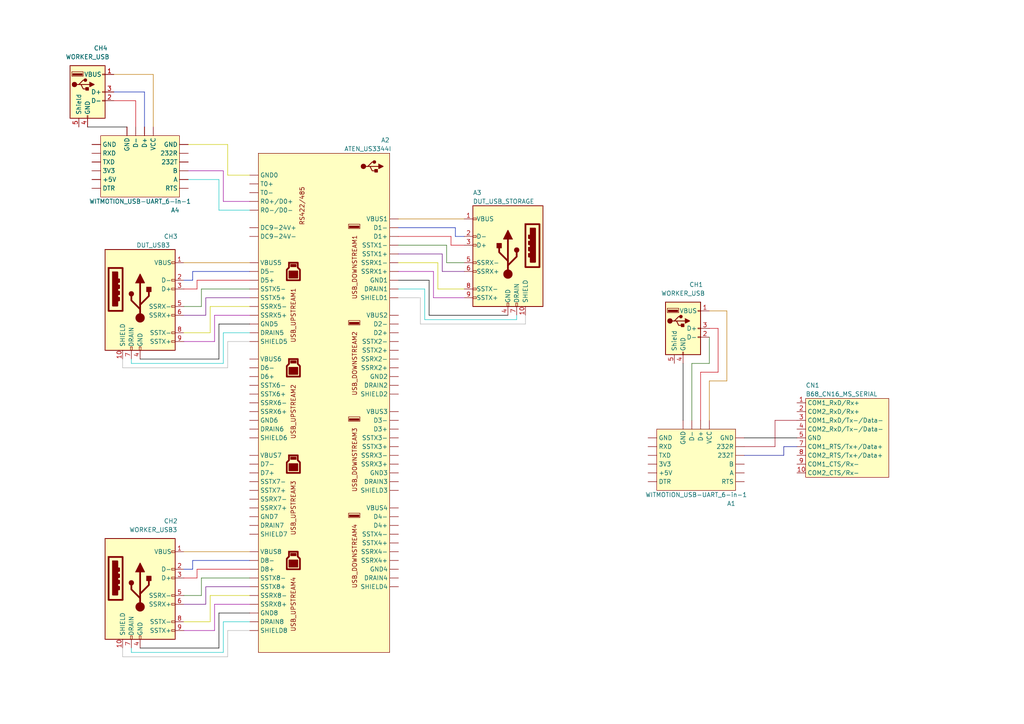
<source format=kicad_sch>
(kicad_sch (version 20211123) (generator eeschema)
  (paper "A4")
  (title_block (title "ALVIN B68 DUT") (date "2022-05-11") (company "Huawei inc.") (comment 1 "SPDX-FileCopyrightText: 2022 Huawei Inc.") (comment 2 "SPDX-License-Identifier: Apache-2.0") (comment 3 "RS485-USB addapter, USB Storage Device") (comment 4 "Devices: SECO ALVIN(B68), Raspberry Pi 4B, ATEN_US3344I, RS232-USB addapter, "))
  (lib_symbols
    (symbol "Connector:USB3_A" (pin_names (offset 1.016))
      (property "Reference" "J" (at -10.16 15.24 0))
      (property "Value" "USB3_A" (at 10.16 15.24 0))
      (symbol "USB3_A_0_0"
        (rectangle (start -9.144 8.636) (end -5.08 -3.81) (stroke (width 0.508)))
        (rectangle (start -7.874 7.366) (end -6.604 -2.286) (stroke (width 0.508)) (fill (type outline)))
        (rectangle (start -6.35 0) (end -6.096 -0.762) (stroke (width 0.508)))
        (rectangle (start -6.35 1.778) (end -6.096 1.016) (stroke (width 0.508)))
        (rectangle (start -6.35 3.556) (end -6.096 2.794) (stroke (width 0.508)))
        (rectangle (start -6.35 5.334) (end -6.096 4.572) (stroke (width 0.508)))
        (rectangle (start -2.794 -15.24) (end -2.286 -14.224))
        (rectangle (start -0.254 -15.24) (end 0.254 -14.224))
        (rectangle (start 10.16 -12.446) (end 9.144 -12.954))
        (rectangle (start 10.16 -9.906) (end 9.144 -10.414))
        (rectangle (start 10.16 -4.826) (end 9.144 -5.334))
        (rectangle (start 10.16 -2.286) (end 9.144 -2.794))
        (rectangle (start 10.16 2.794) (end 9.144 2.286))
        (rectangle (start 10.16 5.334) (end 9.144 4.826))
        (rectangle (start 10.16 10.414) (end 9.144 9.906))
      )
      (symbol "USB3_A_0_1"
        (rectangle (start -10.16 13.97) (end 10.16 -15.24) (stroke (width 0.254)) (fill (type background)))
      )
      (symbol "USB3_A_1_1"
        (circle (center -2.54 1.143) (radius 0.635) (stroke (width 0.254)) (fill (type outline)))
        (circle (center 0 -5.842) (radius 1.27) (fill (type outline)))
        (polyline (pts (xy 0 -5.842) (xy 0 4.318)) (stroke (width 0.508)))
        (polyline (pts (xy 0 -3.302) (xy -2.54 -0.762) (xy -2.54 0.508)) (stroke (width 0.508)))
        (polyline (pts (xy 0 -2.032) (xy 2.54 0.508) (xy 2.54 1.778)) (stroke (width 0.508)))
        (polyline (pts (xy -1.27 4.318) (xy 0 6.858) (xy 1.27 4.318) (xy -1.27 4.318)) (stroke (width 0.254)) (fill (type outline)))
        (rectangle (start 1.905 1.778) (end 3.175 3.048) (stroke (width 0.254)) (fill (type outline)))
        (pin power_in line (at 12.7 10.16 180) (length 2.54) (name "VBUS") (number "1"))
        (pin passive line (at -5.08 -17.78 90) (length 2.54) (name "SHIELD") (number "10"))
        (pin bidirectional line (at 12.7 5.08 180) (length 2.54) (name "D-") (number "2"))
        (pin bidirectional line (at 12.7 2.54 180) (length 2.54) (name "D+") (number "3"))
        (pin power_in line (at 0 -17.78 90) (length 2.54) (name "GND") (number "4"))
        (pin output line (at 12.7 -2.54 180) (length 2.54) (name "SSRX-") (number "5"))
        (pin output line (at 12.7 -5.08 180) (length 2.54) (name "SSRX+") (number "6"))
        (pin passive line (at -2.54 -17.78 90) (length 2.54) (name "DRAIN") (number "7"))
        (pin input line (at 12.7 -10.16 180) (length 2.54) (name "SSTX-") (number "8"))
        (pin input line (at 12.7 -12.7 180) (length 2.54) (name "SSTX+") (number "9"))
      )
    )
    (symbol "Connector:USB_A" (pin_names (offset 1.016))
      (property "Reference" "J" (at -5.08 11.43 0))
      (property "Value" "USB_A" (at -5.08 8.89 0))
      (symbol "USB_A_0_1"
        (rectangle (start -5.08 -7.62) (end 5.08 7.62) (stroke (width 0.254)) (fill (type background)))
        (circle (center -3.81 2.159) (radius 0.635) (stroke (width 0.254)) (fill (type outline)))
        (rectangle (start -1.524 4.826) (end -4.318 5.334) (fill (type outline)))
        (rectangle (start -1.27 4.572) (end -4.572 5.842))
        (circle (center -0.635 3.429) (radius 0.381) (stroke (width 0.254)) (fill (type outline)))
        (rectangle (start -0.127 -7.62) (end 0.127 -6.858))
        (polyline (pts (xy -3.175 2.159) (xy -2.54 2.159) (xy -1.27 3.429) (xy -0.635 3.429)) (stroke (width 0.254)))
        (polyline (pts (xy -2.54 2.159) (xy -1.905 2.159) (xy -1.27 0.889) (xy 0 0.889)) (stroke (width 0.254)))
        (polyline (pts (xy 0.635 2.794) (xy 0.635 1.524) (xy 1.905 2.159) (xy 0.635 2.794)) (stroke (width 0.254)) (fill (type outline)))
        (rectangle (start 0.254 1.27) (end -0.508 0.508) (stroke (width 0.254)) (fill (type outline)))
        (rectangle (start 5.08 -2.667) (end 4.318 -2.413))
        (rectangle (start 5.08 -0.127) (end 4.318 0.127))
        (rectangle (start 5.08 4.953) (end 4.318 5.207))
      )
      (symbol "USB_A_1_1"
        (polyline (pts (xy -1.905 2.159) (xy 0.635 2.159)) (stroke (width 0.254)))
        (pin power_in line (at 7.62 5.08 180) (length 2.54) (name "VBUS") (number "1"))
        (pin bidirectional line (at 7.62 -2.54 180) (length 2.54) (name "D-") (number "2"))
        (pin bidirectional line (at 7.62 0 180) (length 2.54) (name "D+") (number "3"))
        (pin power_in line (at 0 -10.16 90) (length 2.54) (name "GND") (number "4"))
        (pin passive line (at -2.54 -10.16 90) (length 2.54) (name "Shield") (number "5"))
      )
    )
    (symbol "OSTC:ATEN_US3344I"
      (property "Reference" "CN" (at 16.51 76.2 0))
      (property "Value" "ATEN_US3344I" (at 11.43 73.66 0))
      (symbol "ATEN_US3344I_0_0"
        (text "RS422/485" (at -6.35 57.15 900) (effects (font (size 1.27 1.27))))
        (text "USB_DOWNSTREAM1" (at 8.89 39.37 900) (effects (font (size 1.27 1.27))))
        (text "USB_DOWNSTREAM2" (at 8.89 11.43 900) (effects (font (size 1.27 1.27))))
        (text "USB_DOWNSTREAM3" (at 8.89 -16.51 900) (effects (font (size 1.27 1.27))))
        (text "USB_DOWNSTREAM4" (at 8.89 -44.45 900) (effects (font (size 1.27 1.27))))
        (text "USB_UPSTREAM1" (at -8.89 25.4 900) (effects (font (size 1.27 1.27))))
        (text "USB_UPSTREAM2" (at -8.89 -2.54 900) (effects (font (size 1.27 1.27))))
        (text "USB_UPSTREAM3" (at -8.89 -30.48 900) (effects (font (size 1.27 1.27))))
        (text "USB_UPSTREAM4" (at -8.89 -58.42 900) (effects (font (size 1.27 1.27))))
      )
      (symbol "ATEN_US3344I_0_1"
        (rectangle (start -19.05 72.39) (end 19.05 -72.39) (fill (type background)))
        (rectangle (start -9.652 -43.688) (end -8.128 -44.323) (stroke (width 0.254)) (fill (type outline)))
        (rectangle (start -9.652 -15.748) (end -8.128 -16.383) (stroke (width 0.254)) (fill (type outline)))
        (rectangle (start -9.652 12.192) (end -8.128 11.557) (stroke (width 0.254)) (fill (type outline)))
        (rectangle (start -9.652 40.132) (end -8.128 39.497) (stroke (width 0.254)) (fill (type outline)))
        (rectangle (start -7.62 -47.625) (end -10.16 -45.593) (stroke (width 0.254)) (fill (type outline)))
        (rectangle (start -7.62 -19.685) (end -10.16 -17.653) (stroke (width 0.254)) (fill (type outline)))
        (rectangle (start -7.62 8.255) (end -10.16 10.287) (stroke (width 0.254)) (fill (type outline)))
        (rectangle (start -7.62 36.195) (end -10.16 38.227) (stroke (width 0.254)) (fill (type outline)))
        (polyline (pts (xy 12.065 68.58) (xy 12.7 68.58) (xy 13.97 69.85) (xy 14.605 69.85)) (stroke (width 0.254)))
        (polyline (pts (xy 12.7 68.58) (xy 13.335 68.58) (xy 13.97 67.31) (xy 15.24 67.31)) (stroke (width 0.254)))
        (polyline (pts (xy 15.875 69.215) (xy 15.875 67.945) (xy 17.145 68.58) (xy 15.875 69.215)) (stroke (width 0.254)) (fill (type outline)))
        (polyline (pts (xy -10.16 -43.18) (xy -10.16 -44.577) (xy -10.795 -45.212) (xy -10.795 -48.26) (xy -6.985 -48.26) (xy -6.985 -45.212) (xy -7.62 -44.577) (xy -7.62 -43.18) (xy -10.033 -43.18) (xy -10.16 -43.18)) (stroke (width 0.508)))
        (polyline (pts (xy -10.16 -15.24) (xy -10.16 -16.637) (xy -10.795 -17.272) (xy -10.795 -20.32) (xy -6.985 -20.32) (xy -6.985 -17.272) (xy -7.62 -16.637) (xy -7.62 -15.24) (xy -10.033 -15.24) (xy -10.16 -15.24)) (stroke (width 0.508)))
        (polyline (pts (xy -10.16 12.7) (xy -10.16 11.303) (xy -10.795 10.668) (xy -10.795 7.62) (xy -6.985 7.62) (xy -6.985 10.668) (xy -7.62 11.303) (xy -7.62 12.7) (xy -10.033 12.7) (xy -10.16 12.7)) (stroke (width 0.508)))
        (polyline (pts (xy -10.16 40.64) (xy -10.16 39.243) (xy -10.795 38.608) (xy -10.795 35.56) (xy -6.985 35.56) (xy -6.985 38.608) (xy -7.62 39.243) (xy -7.62 40.64) (xy -10.033 40.64) (xy -10.16 40.64)) (stroke (width 0.508)))
        (rectangle (start 10.16 -33.02) (end 7.366 -32.512) (fill (type outline)))
        (rectangle (start 10.16 -5.08) (end 7.366 -4.572) (fill (type outline)))
        (rectangle (start 10.16 22.86) (end 7.366 23.368) (fill (type outline)))
        (rectangle (start 10.16 50.8) (end 7.366 51.308) (fill (type outline)))
        (rectangle (start 10.414 -33.274) (end 7.112 -32.004))
        (rectangle (start 10.414 -5.334) (end 7.112 -4.064))
        (rectangle (start 10.414 22.606) (end 7.112 23.876))
        (rectangle (start 10.414 50.546) (end 7.112 51.816))
        (circle (center 11.43 68.58) (radius 0.635) (stroke (width 0.254)) (fill (type outline)))
        (circle (center 14.605 69.85) (radius 0.381) (stroke (width 0.254)) (fill (type outline)))
        (rectangle (start 15.494 67.691) (end 14.732 66.929) (stroke (width 0.254)) (fill (type outline)))
      )
      (symbol "ATEN_US3344I_1_1"
        (polyline (pts (xy 13.335 68.58) (xy 15.875 68.58)) (stroke (width 0.254)))
        (pin bidirectional line (at 21.59 48.26 180) (length 2.54) (name "D1+") (number ""))
        (pin bidirectional line (at 21.59 50.8 180) (length 2.54) (name "D1-") (number ""))
        (pin bidirectional line (at 21.59 20.32 180) (length 2.54) (name "D2+") (number ""))
        (pin bidirectional line (at 21.59 22.86 180) (length 2.54) (name "D2-") (number ""))
        (pin bidirectional line (at 21.59 -7.62 180) (length 2.54) (name "D3+") (number ""))
        (pin bidirectional line (at 21.59 -5.08 180) (length 2.54) (name "D3-") (number ""))
        (pin bidirectional line (at 21.59 -35.56 180) (length 2.54) (name "D4+") (number ""))
        (pin bidirectional line (at 21.59 -33.02 180) (length 2.54) (name "D4-") (number ""))
        (pin bidirectional line (at -21.59 35.56 0) (length 2.54) (name "D5+") (number ""))
        (pin bidirectional line (at -21.59 38.1 0) (length 2.54) (name "D5-") (number ""))
        (pin bidirectional line (at -21.59 7.62 0) (length 2.54) (name "D6+") (number ""))
        (pin bidirectional line (at -21.59 10.16 0) (length 2.54) (name "D6-") (number ""))
        (pin bidirectional line (at -21.59 -20.32 0) (length 2.54) (name "D7+") (number ""))
        (pin bidirectional line (at -21.59 -17.78 0) (length 2.54) (name "D7-") (number ""))
        (pin bidirectional line (at -21.59 -48.26 0) (length 2.54) (name "D8+") (number ""))
        (pin bidirectional line (at -21.59 -45.72 0) (length 2.54) (name "D8-") (number ""))
        (pin bidirectional line (at -21.59 50.8 0) (length 2.54) (name "DC9-24V+") (number ""))
        (pin bidirectional line (at -21.59 48.26 0) (length 2.54) (name "DC9-24V-") (number ""))
        (pin passive line (at 21.59 33.02 180) (length 2.54) (name "DRAIN1") (number ""))
        (pin passive line (at 21.59 5.08 180) (length 2.54) (name "DRAIN2") (number ""))
        (pin passive line (at 21.59 -22.86 180) (length 2.54) (name "DRAIN3") (number ""))
        (pin passive line (at 21.59 -50.8 180) (length 2.54) (name "DRAIN4") (number ""))
        (pin passive line (at -21.59 20.32 0) (length 2.54) (name "DRAIN5") (number ""))
        (pin passive line (at -21.59 -7.62 0) (length 2.54) (name "DRAIN6") (number ""))
        (pin passive line (at -21.59 -35.56 0) (length 2.54) (name "DRAIN7") (number ""))
        (pin passive line (at -21.59 -63.5 0) (length 2.54) (name "DRAIN8") (number ""))
        (pin bidirectional line (at -21.59 66.04 0) (length 2.54) (name "GND0") (number ""))
        (pin power_out line (at 21.59 35.56 180) (length 2.54) (name "GND1") (number ""))
        (pin power_out line (at 21.59 7.62 180) (length 2.54) (name "GND2") (number ""))
        (pin power_out line (at 21.59 -20.32 180) (length 2.54) (name "GND3") (number ""))
        (pin power_out line (at 21.59 -48.26 180) (length 2.54) (name "GND4") (number ""))
        (pin power_in line (at -21.59 22.86 0) (length 2.54) (name "GND5") (number ""))
        (pin power_in line (at -21.59 -5.08 0) (length 2.54) (name "GND6") (number ""))
        (pin power_in line (at -21.59 -33.02 0) (length 2.54) (name "GND7") (number ""))
        (pin power_in line (at -21.59 -60.96 0) (length 2.54) (name "GND8") (number ""))
        (pin bidirectional line (at -21.59 58.42 0) (length 2.54) (name "R0+/D0+") (number ""))
        (pin bidirectional line (at -21.59 55.88 0) (length 2.54) (name "R0-/D0-") (number ""))
        (pin passive line (at 21.59 30.48 180) (length 2.54) (name "SHIELD1") (number ""))
        (pin passive line (at 21.59 2.54 180) (length 2.54) (name "SHIELD2") (number ""))
        (pin passive line (at 21.59 -25.4 180) (length 2.54) (name "SHIELD3") (number ""))
        (pin passive line (at 21.59 -53.34 180) (length 2.54) (name "SHIELD4") (number ""))
        (pin passive line (at -21.59 17.78 0) (length 2.54) (name "SHIELD5") (number ""))
        (pin passive line (at -21.59 -10.16 0) (length 2.54) (name "SHIELD6") (number ""))
        (pin passive line (at -21.59 -38.1 0) (length 2.54) (name "SHIELD7") (number ""))
        (pin passive line (at -21.59 -66.04 0) (length 2.54) (name "SHIELD8") (number ""))
        (pin input line (at 21.59 38.1 180) (length 2.54) (name "SSRX1+") (number ""))
        (pin input line (at 21.59 40.64 180) (length 2.54) (name "SSRX1-") (number ""))
        (pin input line (at 21.59 10.16 180) (length 2.54) (name "SSRX2+") (number ""))
        (pin input line (at 21.59 12.7 180) (length 2.54) (name "SSRX2-") (number ""))
        (pin input line (at 21.59 -17.78 180) (length 2.54) (name "SSRX3+") (number ""))
        (pin input line (at 21.59 -15.24 180) (length 2.54) (name "SSRX3-") (number ""))
        (pin input line (at 21.59 -45.72 180) (length 2.54) (name "SSRX4+") (number ""))
        (pin input line (at 21.59 -43.18 180) (length 2.54) (name "SSRX4-") (number ""))
        (pin input line (at -21.59 25.4 0) (length 2.54) (name "SSRX5+") (number ""))
        (pin input line (at -21.59 27.94 0) (length 2.54) (name "SSRX5-") (number ""))
        (pin input line (at -21.59 -2.54 0) (length 2.54) (name "SSRX6+") (number ""))
        (pin input line (at -21.59 0 0) (length 2.54) (name "SSRX6-") (number ""))
        (pin input line (at -21.59 -30.48 0) (length 2.54) (name "SSRX7+") (number ""))
        (pin input line (at -21.59 -27.94 0) (length 2.54) (name "SSRX7-") (number ""))
        (pin input line (at -21.59 -58.42 0) (length 2.54) (name "SSRX8+") (number ""))
        (pin input line (at -21.59 -55.88 0) (length 2.54) (name "SSRX8-") (number ""))
        (pin output line (at 21.59 43.18 180) (length 2.54) (name "SSTX1+") (number ""))
        (pin output line (at 21.59 45.72 180) (length 2.54) (name "SSTX1-") (number ""))
        (pin output line (at 21.59 15.24 180) (length 2.54) (name "SSTX2+") (number ""))
        (pin output line (at 21.59 17.78 180) (length 2.54) (name "SSTX2-") (number ""))
        (pin output line (at 21.59 -12.7 180) (length 2.54) (name "SSTX3+") (number ""))
        (pin output line (at 21.59 -10.16 180) (length 2.54) (name "SSTX3-") (number ""))
        (pin output line (at 21.59 -40.64 180) (length 2.54) (name "SSTX4+") (number ""))
        (pin output line (at 21.59 -38.1 180) (length 2.54) (name "SSTX4-") (number ""))
        (pin output line (at -21.59 30.48 0) (length 2.54) (name "SSTX5+") (number ""))
        (pin output line (at -21.59 33.02 0) (length 2.54) (name "SSTX5-") (number ""))
        (pin output line (at -21.59 2.54 0) (length 2.54) (name "SSTX6+") (number ""))
        (pin output line (at -21.59 5.08 0) (length 2.54) (name "SSTX6-") (number ""))
        (pin output line (at -21.59 -25.4 0) (length 2.54) (name "SSTX7+") (number ""))
        (pin output line (at -21.59 -22.86 0) (length 2.54) (name "SSTX7-") (number ""))
        (pin output line (at -21.59 -53.34 0) (length 2.54) (name "SSTX8+") (number ""))
        (pin output line (at -21.59 -50.8 0) (length 2.54) (name "SSTX8-") (number ""))
        (pin bidirectional line (at -21.59 63.5 0) (length 2.54) (name "T0+") (number ""))
        (pin bidirectional line (at -21.59 60.96 0) (length 2.54) (name "T0-") (number ""))
        (pin power_out line (at 21.59 53.34 180) (length 2.54) (name "VBUS1") (number ""))
        (pin power_out line (at 21.59 25.4 180) (length 2.54) (name "VBUS2") (number ""))
        (pin power_out line (at 21.59 -2.54 180) (length 2.54) (name "VBUS3") (number ""))
        (pin power_out line (at 21.59 -30.48 180) (length 2.54) (name "VBUS4") (number ""))
        (pin power_in line (at -21.59 40.64 0) (length 2.54) (name "VBUS5") (number ""))
        (pin power_in line (at -21.59 12.7 0) (length 2.54) (name "VBUS6") (number ""))
        (pin power_in line (at -21.59 -15.24 0) (length 2.54) (name "VBUS7") (number ""))
        (pin power_in line (at -21.59 -43.18 0) (length 2.54) (name "VBUS8") (number ""))
      )
    )
    (symbol "OSTC:B68_CN16_ms_serial"
      (property "Reference" "CN" (at 11.43 15.24 0))
      (property "Value" "B68_CN16_ms_serial" (at 2.54 12.7 0))
      (symbol "B68_CN16_ms_serial_0_1"
        (rectangle (start -11.43 11.43) (end 12.7 -11.43) (fill (type background)))
      )
      (symbol "B68_CN16_ms_serial_1_1"
        (pin bidirectional line (at -13.97 10.16 0) (length 2.54) (name "COM1_RxD/Rx+") (number "1"))
        (pin bidirectional line (at -13.97 -10.16 0) (length 2.54) (name "COM2_CTS/Rx-") (number "10"))
        (pin bidirectional line (at -13.97 7.62 0) (length 2.54) (name "COM2_RxD/Rx+") (number "2"))
        (pin bidirectional line (at -13.97 5.08 0) (length 2.54) (name "COM1_RxD/Tx-/Data-") (number "3"))
        (pin bidirectional line (at -13.97 2.54 0) (length 2.54) (name "COM2_RxD/Tx-/Data-") (number "4"))
        (pin bidirectional line (at -13.97 0 0) (length 2.54) (name "GND") (number "5"))
        (pin bidirectional line (at -13.97 -2.54 0) (length 2.54) (name "COM1_RTS/Tx+/Data+") (number "7"))
        (pin bidirectional line (at -13.97 -5.08 0) (length 2.54) (name "COM2_RTS/Tx+/Data+") (number "8"))
        (pin bidirectional line (at -13.97 -7.62 0) (length 2.54) (name "COM1_CTS/Rx-") (number "9"))
      )
    )
    (symbol "OSTC:WITMOTION_USB-UART_6-in-1"
      (property "Reference" "A" (at 0 13.97 0))
      (property "Value" "WITMOTION_USB-UART_6-in-1" (at 0 11.43 0))
      (symbol "WITMOTION_USB-UART_6-in-1_0_1"
        (rectangle (start -11.43 6.35) (end 11.43 -11.43) (fill (type background)))
      )
      (symbol "WITMOTION_USB-UART_6-in-1_1_1"
        (pin bidirectional line (at 13.97 1.27 180) (length 2.54) (name "+5V") (number ""))
        (pin bidirectional line (at -13.97 -6.35 0) (length 2.54) (name "232R") (number ""))
        (pin bidirectional line (at -13.97 -3.81 0) (length 2.54) (name "232T") (number ""))
        (pin bidirectional line (at 13.97 -1.27 180) (length 2.54) (name "3V3") (number ""))
        (pin bidirectional line (at -13.97 1.27 0) (length 2.54) (name "A") (number ""))
        (pin bidirectional line (at -13.97 -1.27 0) (length 2.54) (name "B") (number ""))
        (pin bidirectional line (at -1.27 -13.97 90) (length 2.54) (name "D+") (number ""))
        (pin bidirectional line (at 1.27 -13.97 90) (length 2.54) (name "D-") (number ""))
        (pin bidirectional line (at 13.97 3.81 180) (length 2.54) (name "DTR") (number ""))
        (pin bidirectional line (at -13.97 -8.89 0) (length 2.54) (name "GND") (number ""))
        (pin bidirectional line (at 3.81 -13.97 90) (length 2.54) (name "GND") (number ""))
        (pin bidirectional line (at 13.97 -8.89 180) (length 2.54) (name "GND") (number ""))
        (pin bidirectional line (at -13.97 3.81 0) (length 2.54) (name "RTS") (number ""))
        (pin bidirectional line (at 13.97 -6.35 180) (length 2.54) (name "RXD") (number ""))
        (pin bidirectional line (at 13.97 -3.81 180) (length 2.54) (name "TXD") (number ""))
        (pin bidirectional line (at -3.81 -13.97 90) (length 2.54) (name "VCC") (number ""))
      )
    )
  )
  (wire (pts (xy 25.4 36.83) (xy 36.83 36.83)) (stroke (width 0) (color 0 0 0 1)))
  (wire (pts (xy 130.81 68.58) (xy 130.81 71.12)) (stroke (width 0) (color 200 0 13 1)))
  (wire (pts (xy 72.39 177.8) (xy 63.5 177.8)) (stroke (width 0) (color 0 0 0 1)))
  (wire (pts (xy 39.37 29.21) (xy 39.37 36.83)) (stroke (width 0) (color 200 0 13 1)))
  (wire (pts (xy 115.57 71.12) (xy 129.54 71.12)) (stroke (width 0) (color 44 109 23 1)))
  (wire (pts (xy 72.39 162.56) (xy 55.88 162.56)) (stroke (width 0) (color 0 26 175 1)))
  (wire (pts (xy 125.73 78.74) (xy 115.57 78.74)) (stroke (width 0) (color 156 7 155 1)))
  (wire (pts (xy 59.69 91.44) (xy 53.34 91.44)) (stroke (width 0) (color 104 10 128 1)))
  (wire (pts (xy 210.82 110.49) (xy 205.74 110.49)) (stroke (width 0) (color 189 118 4 1)))
  (wire (pts (xy 60.96 180.34) (xy 53.34 180.34)) (stroke (width 0) (color 203 203 3 1)))
  (wire (pts (xy 115.57 83.82) (xy 123.19 83.82)) (stroke (width 0) (color 23 200 197 1)))
  (wire (pts (xy 215.9 127) (xy 231.14 127)) (stroke (width 0) (color 0 0 0 1)))
  (wire (pts (xy 63.5 60.96) (xy 72.39 60.96)) (stroke (width 0) (color 23 200 197 1)))
  (wire (pts (xy 227.33 132.08) (xy 227.33 129.54)) (stroke (width 0) (color 9 16 152 1)))
  (wire (pts (xy 63.5 177.8) (xy 63.5 187.96)) (stroke (width 0) (color 0 0 0 1)))
  (wire (pts (xy 59.69 86.36) (xy 59.69 91.44)) (stroke (width 0) (color 104 10 128 1)))
  (wire (pts (xy 203.2 107.95) (xy 203.2 121.92)) (stroke (width 0) (color 200 0 13 1)))
  (wire (pts (xy 55.88 165.1) (xy 53.34 165.1)) (stroke (width 0) (color 0 26 175 1)))
  (wire (pts (xy 57.15 167.64) (xy 53.34 167.64)) (stroke (width 0) (color 200 0 13 1)))
  (wire (pts (xy 33.02 21.59) (xy 44.45 21.59)) (stroke (width 0) (color 189 118 4 1)))
  (wire (pts (xy 54.61 41.91) (xy 66.04 41.91)) (stroke (width 0) (color 203 203 3 1)))
  (wire (pts (xy 60.96 96.52) (xy 53.34 96.52)) (stroke (width 0) (color 203 203 3 1)))
  (wire (pts (xy 63.5 52.07) (xy 63.5 60.96)) (stroke (width 0) (color 23 200 197 1)))
  (wire (pts (xy 127 76.2) (xy 127 83.82)) (stroke (width 0) (color 203 203 3 1)))
  (wire (pts (xy 72.39 93.98) (xy 63.5 93.98)) (stroke (width 0) (color 0 0 0 1)))
  (wire (pts (xy 132.08 68.58) (xy 134.62 68.58)) (stroke (width 0) (color 0 26 175 1)))
  (wire (pts (xy 224.79 121.92) (xy 231.14 121.92)) (stroke (width 0) (color 159 11 28 1)))
  (wire (pts (xy 38.1 105.41) (xy 38.1 104.14)) (stroke (width 0) (color 23 200 197 1)))
  (wire (pts (xy 121.92 86.36) (xy 121.92 93.98)) (stroke (width 0) (color 180 180 180 1)))
  (wire (pts (xy 38.1 189.23) (xy 38.1 187.96)) (stroke (width 0) (color 23 200 197 1)))
  (wire (pts (xy 64.77 180.34) (xy 64.77 189.23)) (stroke (width 0) (color 23 200 197 1)))
  (wire (pts (xy 130.81 71.12) (xy 134.62 71.12)) (stroke (width 0) (color 200 0 13 1)))
  (wire (pts (xy 60.96 88.9) (xy 60.96 96.52)) (stroke (width 0) (color 203 203 3 1)))
  (wire (pts (xy 41.91 26.67) (xy 41.91 36.83)) (stroke (width 0) (color 0 26 175 1)))
  (wire (pts (xy 66.04 182.88) (xy 66.04 190.5)) (stroke (width 0) (color 180 180 180 1)))
  (wire (pts (xy 58.42 167.64) (xy 58.42 172.72)) (stroke (width 0) (color 44 109 23 1)))
  (wire (pts (xy 134.62 86.36) (xy 125.73 86.36)) (stroke (width 0) (color 156 7 155 1)))
  (wire (pts (xy 59.69 170.18) (xy 59.69 175.26)) (stroke (width 0) (color 104 10 128 1)))
  (wire (pts (xy 121.92 93.98) (xy 152.4 93.98)) (stroke (width 0) (color 180 180 180 1)))
  (wire (pts (xy 62.23 182.88) (xy 62.23 175.26)) (stroke (width 0) (color 156 7 155 1)))
  (wire (pts (xy 57.15 83.82) (xy 53.34 83.82)) (stroke (width 0) (color 200 0 13 1)))
  (wire (pts (xy 198.12 105.41) (xy 198.12 121.92)) (stroke (width 0) (color 0 0 0 1)))
  (wire (pts (xy 129.54 71.12) (xy 129.54 76.2)) (stroke (width 0) (color 44 109 23 1)))
  (wire (pts (xy 72.39 182.88) (xy 66.04 182.88)) (stroke (width 0) (color 180 180 180 1)))
  (wire (pts (xy 72.39 99.06) (xy 66.04 99.06)) (stroke (width 0) (color 180 180 180 1)))
  (wire (pts (xy 149.86 92.71) (xy 149.86 91.44)) (stroke (width 0) (color 23 200 197 1)))
  (wire (pts (xy 208.28 107.95) (xy 203.2 107.95)) (stroke (width 0) (color 200 0 13 1)))
  (wire (pts (xy 128.27 73.66) (xy 128.27 78.74)) (stroke (width 0) (color 104 10 128 1)))
  (wire (pts (xy 55.88 81.28) (xy 53.34 81.28)) (stroke (width 0) (color 0 26 175 1)))
  (wire (pts (xy 58.42 172.72) (xy 53.34 172.72)) (stroke (width 0) (color 44 109 23 1)))
  (wire (pts (xy 72.39 88.9) (xy 60.96 88.9)) (stroke (width 0) (color 203 203 3 1)))
  (wire (pts (xy 72.39 172.72) (xy 60.96 172.72)) (stroke (width 0) (color 203 203 3 1)))
  (wire (pts (xy 115.57 63.5) (xy 134.62 63.5)) (stroke (width 0) (color 189 118 4 1)))
  (wire (pts (xy 35.56 106.68) (xy 35.56 104.14)) (stroke (width 0) (color 180 180 180 1)))
  (wire (pts (xy 72.39 165.1) (xy 57.15 165.1)) (stroke (width 0) (color 200 0 13 1)))
  (wire (pts (xy 44.45 21.59) (xy 44.45 36.83)) (stroke (width 0) (color 189 118 4 1)))
  (wire (pts (xy 72.39 86.36) (xy 59.69 86.36)) (stroke (width 0) (color 104 10 128 1)))
  (wire (pts (xy 72.39 96.52) (xy 64.77 96.52)) (stroke (width 0) (color 23 200 197 1)))
  (wire (pts (xy 127 83.82) (xy 134.62 83.82)) (stroke (width 0) (color 203 203 3 1)))
  (wire (pts (xy 72.39 180.34) (xy 64.77 180.34)) (stroke (width 0) (color 23 200 197 1)))
  (wire (pts (xy 64.77 189.23) (xy 38.1 189.23)) (stroke (width 0) (color 23 200 197 1)))
  (wire (pts (xy 33.02 29.21) (xy 39.37 29.21)) (stroke (width 0) (color 200 0 13 1)))
  (wire (pts (xy 215.9 129.54) (xy 224.79 129.54)) (stroke (width 0) (color 159 11 28 1)))
  (wire (pts (xy 115.57 86.36) (xy 121.92 86.36)) (stroke (width 0) (color 180 180 180 1)))
  (wire (pts (xy 53.34 99.06) (xy 62.23 99.06)) (stroke (width 0) (color 156 7 155 1)))
  (wire (pts (xy 205.74 105.41) (xy 205.74 97.79)) (stroke (width 0) (color 44 109 23 1)))
  (wire (pts (xy 72.39 170.18) (xy 59.69 170.18)) (stroke (width 0) (color 104 10 128 1)))
  (wire (pts (xy 63.5 93.98) (xy 63.5 104.14)) (stroke (width 0) (color 0 0 0 1)))
  (wire (pts (xy 64.77 49.53) (xy 64.77 58.42)) (stroke (width 0) (color 156 7 155 1)))
  (wire (pts (xy 210.82 90.17) (xy 210.82 110.49)) (stroke (width 0) (color 189 118 4 1)))
  (wire (pts (xy 72.39 167.64) (xy 58.42 167.64)) (stroke (width 0) (color 44 109 23 1)))
  (wire (pts (xy 115.57 66.04) (xy 132.08 66.04)) (stroke (width 0) (color 0 26 175 1)))
  (wire (pts (xy 72.39 160.02) (xy 53.34 160.02)) (stroke (width 0) (color 189 118 4 1)))
  (wire (pts (xy 115.57 81.28) (xy 124.46 81.28)) (stroke (width 0) (color 0 0 0 1)))
  (wire (pts (xy 62.23 91.44) (xy 72.39 91.44)) (stroke (width 0) (color 156 7 155 1)))
  (wire (pts (xy 125.73 86.36) (xy 125.73 78.74)) (stroke (width 0) (color 156 7 155 1)))
  (wire (pts (xy 57.15 165.1) (xy 57.15 167.64)) (stroke (width 0) (color 200 0 13 1)))
  (wire (pts (xy 62.23 99.06) (xy 62.23 91.44)) (stroke (width 0) (color 156 7 155 1)))
  (wire (pts (xy 205.74 110.49) (xy 205.74 121.92)) (stroke (width 0) (color 189 118 4 1)))
  (wire (pts (xy 129.54 76.2) (xy 134.62 76.2)) (stroke (width 0) (color 44 109 23 1)))
  (wire (pts (xy 62.23 175.26) (xy 72.39 175.26)) (stroke (width 0) (color 156 7 155 1)))
  (wire (pts (xy 205.74 90.17) (xy 210.82 90.17)) (stroke (width 0) (color 189 118 4 1)))
  (wire (pts (xy 55.88 78.74) (xy 55.88 81.28)) (stroke (width 0) (color 0 26 175 1)))
  (wire (pts (xy 227.33 129.54) (xy 231.14 129.54)) (stroke (width 0) (color 9 16 152 1)))
  (wire (pts (xy 224.79 129.54) (xy 224.79 121.92)) (stroke (width 0) (color 159 11 28 1)))
  (wire (pts (xy 64.77 96.52) (xy 64.77 105.41)) (stroke (width 0) (color 23 200 197 1)))
  (wire (pts (xy 132.08 66.04) (xy 132.08 68.58)) (stroke (width 0) (color 0 26 175 1)))
  (wire (pts (xy 57.15 81.28) (xy 57.15 83.82)) (stroke (width 0) (color 200 0 13 1)))
  (wire (pts (xy 33.02 26.67) (xy 41.91 26.67)) (stroke (width 0) (color 0 26 175 1)))
  (wire (pts (xy 58.42 83.82) (xy 58.42 88.9)) (stroke (width 0) (color 44 109 23 1)))
  (wire (pts (xy 63.5 187.96) (xy 40.64 187.96)) (stroke (width 0) (color 0 0 0 1)))
  (wire (pts (xy 115.57 68.58) (xy 130.81 68.58)) (stroke (width 0) (color 200 0 13 1)))
  (wire (pts (xy 64.77 58.42) (xy 72.39 58.42)) (stroke (width 0) (color 156 7 155 1)))
  (wire (pts (xy 123.19 92.71) (xy 149.86 92.71)) (stroke (width 0) (color 23 200 197 1)))
  (wire (pts (xy 152.4 93.98) (xy 152.4 91.44)) (stroke (width 0) (color 180 180 180 1)))
  (wire (pts (xy 124.46 91.44) (xy 147.32 91.44)) (stroke (width 0) (color 0 0 0 1)))
  (wire (pts (xy 54.61 49.53) (xy 64.77 49.53)) (stroke (width 0) (color 156 7 155 1)))
  (wire (pts (xy 53.34 182.88) (xy 62.23 182.88)) (stroke (width 0) (color 156 7 155 1)))
  (wire (pts (xy 66.04 41.91) (xy 66.04 50.8)) (stroke (width 0) (color 203 203 3 1)))
  (wire (pts (xy 200.66 121.92) (xy 200.66 105.41)) (stroke (width 0) (color 44 109 23 1)))
  (wire (pts (xy 115.57 76.2) (xy 127 76.2)) (stroke (width 0) (color 203 203 3 1)))
  (wire (pts (xy 205.74 95.25) (xy 208.28 95.25)) (stroke (width 0) (color 200 0 13 1)))
  (wire (pts (xy 60.96 172.72) (xy 60.96 180.34)) (stroke (width 0) (color 203 203 3 1)))
  (wire (pts (xy 215.9 132.08) (xy 227.33 132.08)) (stroke (width 0) (color 9 16 152 1)))
  (wire (pts (xy 66.04 190.5) (xy 35.56 190.5)) (stroke (width 0) (color 180 180 180 1)))
  (wire (pts (xy 55.88 162.56) (xy 55.88 165.1)) (stroke (width 0) (color 0 26 175 1)))
  (wire (pts (xy 128.27 78.74) (xy 134.62 78.74)) (stroke (width 0) (color 104 10 128 1)))
  (wire (pts (xy 72.39 81.28) (xy 57.15 81.28)) (stroke (width 0) (color 200 0 13 1)))
  (wire (pts (xy 200.66 105.41) (xy 205.74 105.41)) (stroke (width 0) (color 44 109 23 1)))
  (wire (pts (xy 208.28 95.25) (xy 208.28 107.95)) (stroke (width 0) (color 200 0 13 1)))
  (wire (pts (xy 58.42 88.9) (xy 53.34 88.9)) (stroke (width 0) (color 44 109 23 1)))
  (wire (pts (xy 124.46 81.28) (xy 124.46 91.44)) (stroke (width 0) (color 0 0 0 1)))
  (wire (pts (xy 59.69 175.26) (xy 53.34 175.26)) (stroke (width 0) (color 104 10 128 1)))
  (wire (pts (xy 123.19 83.82) (xy 123.19 92.71)) (stroke (width 0) (color 23 200 197 1)))
  (wire (pts (xy 66.04 106.68) (xy 35.56 106.68)) (stroke (width 0) (color 180 180 180 1)))
  (wire (pts (xy 64.77 105.41) (xy 38.1 105.41)) (stroke (width 0) (color 23 200 197 1)))
  (wire (pts (xy 115.57 73.66) (xy 128.27 73.66)) (stroke (width 0) (color 104 10 128 1)))
  (wire (pts (xy 54.61 52.07) (xy 63.5 52.07)) (stroke (width 0) (color 23 200 197 1)))
  (wire (pts (xy 72.39 83.82) (xy 58.42 83.82)) (stroke (width 0) (color 44 109 23 1)))
  (wire (pts (xy 63.5 104.14) (xy 40.64 104.14)) (stroke (width 0) (color 0 0 0 1)))
  (wire (pts (xy 66.04 99.06) (xy 66.04 106.68)) (stroke (width 0) (color 180 180 180 1)))
  (wire (pts (xy 72.39 78.74) (xy 55.88 78.74)) (stroke (width 0) (color 0 26 175 1)))
  (wire (pts (xy 72.39 76.2) (xy 53.34 76.2)) (stroke (width 0) (color 189 118 4 1)))
  (wire (pts (xy 66.04 50.8) (xy 72.39 50.8)) (stroke (width 0) (color 203 203 3 1)))
  (wire (pts (xy 35.56 190.5) (xy 35.56 187.96)) (stroke (width 0) (color 180 180 180 1)))
  (symbol (lib_id "Connector:USB_A") (at 25.4 26.67 0) (unit 1)
    (property "Reference" "CH4" (at 29.21 13.97 0))
    (property "Value" "WORKER_USB" (at 25.4 16.51 0))
    (property "Datasheet" " ~" (effects hide))
  )
  (symbol (lib_id "Connector:USB3_A") (at 40.64 170.18 0) (unit 1)
    (property "Reference" "CH2" (at 49.53 151.13 0))
    (property "Value" "WORKER_USB3" (at 44.45 153.67 0))
  )
  (symbol (lib_id "OSTC:ATEN_US3344I") (at 93.98 116.84 0) (unit 1)
    (property "Reference" "A2" (at 111.76 40.64 0))
    (property "Value" "ATEN_US3344I" (at 106.68 43.18 0))
    (property "Datasheet" "https://assets.aten.com/product/spec_sheet/us3344i_usb_peripheral_switch_ds_en.pdf" (effects hide))
  )
  (symbol (lib_id "OSTC:B68_CN16_ms_serial") (at 245.11 127 0) (unit 1)
    (property "Reference" "CN1" (at 233.68 111.76 0) (effects (justify left)))
    (property "Value" "B68_CN16_MS_SERIAL" (at 233.68 114.3 0) (effects (justify left)))
    (property "Datasheet" "https://www.seco.com/Manuals/SBC-B68-eNUC_Manual.pdf" (effects hide))
  )
  (symbol (lib_id "OSTC:WITMOTION_USB-UART_6-in-1") (at 40.64 50.8 180) (unit 1)
    (property "Reference" "A4" (at 50.8 60.96 0))
    (property "Value" "WITMOTION_USB-UART_6-in-1" (at 40.64 58.42 0))
  )
  (symbol (lib_id "OSTC:WITMOTION_USB-UART_6-in-1") (at 201.93 135.89 180) (unit 1)
    (property "Reference" "A1" (at 212.09 146.05 0))
    (property "Value" "WITMOTION_USB-UART_6-in-1" (at 201.93 143.51 0))
  )
  (symbol (lib_id "Connector:USB3_A") (at 147.32 73.66 0) (mirror y) (unit 1)
    (property "Reference" "A3" (at 137.16 55.88 0) (effects (justify right)))
    (property "Value" "DUT_USB_STORAGE" (at 137.16 58.42 0) (effects (justify right)))
  )
  (symbol (lib_id "Connector:USB_A") (at 198.12 95.25 0) (unit 1)
    (property "Reference" "CH1" (at 201.93 82.55 0))
    (property "Value" "WORKER_USB" (at 198.12 85.09 0))
    (property "Datasheet" " ~" (effects hide))
  )
  (symbol (lib_id "Connector:USB3_A") (at 40.64 86.36 0) (unit 1)
    (property "Reference" "CH3" (at 49.53 68.58 0))
    (property "Value" "DUT_USB3" (at 44.45 71.12 0))
  )
)
</source>
